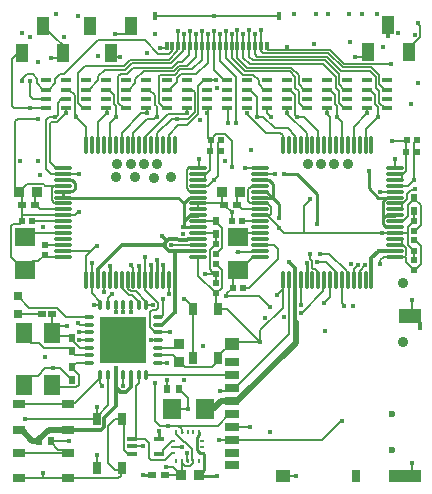
<source format=gtl>
G04*
G04 #@! TF.GenerationSoftware,Altium Limited,Altium Designer,19.1.7 (138)*
G04*
G04 Layer_Physical_Order=1*
G04 Layer_Color=255*
%FSLAX43Y43*%
%MOMM*%
G71*
G01*
G75*
%ADD16C,0.254*%
%ADD19R,0.550X0.650*%
%ADD20R,0.660X0.559*%
%ADD21R,1.800X1.600*%
%ADD22R,0.540X0.600*%
%ADD23R,0.600X0.540*%
%ADD24R,0.890X0.930*%
%ADD25R,0.559X0.660*%
%ADD26R,0.600X0.550*%
%ADD27R,0.620X0.620*%
%ADD28R,1.000X1.600*%
%ADD29R,0.400X0.800*%
%ADD30R,0.300X0.800*%
%ADD31R,1.200X0.700*%
%ADD32R,1.200X1.000*%
%ADD33R,1.900X1.300*%
%ADD34R,2.800X1.000*%
%ADD35R,0.800X1.000*%
G04:AMPARAMS|DCode=36|XSize=0.3mm|YSize=1.45mm|CornerRadius=0.05mm|HoleSize=0mm|Usage=FLASHONLY|Rotation=0.000|XOffset=0mm|YOffset=0mm|HoleType=Round|Shape=RoundedRectangle|*
%AMROUNDEDRECTD36*
21,1,0.300,1.351,0,0,0.0*
21,1,0.201,1.450,0,0,0.0*
1,1,0.099,0.101,-0.676*
1,1,0.099,-0.101,-0.676*
1,1,0.099,-0.101,0.676*
1,1,0.099,0.101,0.676*
%
%ADD36ROUNDEDRECTD36*%
G04:AMPARAMS|DCode=37|XSize=0.3mm|YSize=1.45mm|CornerRadius=0.05mm|HoleSize=0mm|Usage=FLASHONLY|Rotation=270.000|XOffset=0mm|YOffset=0mm|HoleType=Round|Shape=RoundedRectangle|*
%AMROUNDEDRECTD37*
21,1,0.300,1.351,0,0,270.0*
21,1,0.201,1.450,0,0,270.0*
1,1,0.099,-0.676,-0.101*
1,1,0.099,-0.676,0.101*
1,1,0.099,0.676,0.101*
1,1,0.099,0.676,-0.101*
%
%ADD37ROUNDEDRECTD37*%
G04:AMPARAMS|DCode=38|XSize=0.4mm|YSize=0.85mm|CornerRadius=0.05mm|HoleSize=0mm|Usage=FLASHONLY|Rotation=90.000|XOffset=0mm|YOffset=0mm|HoleType=Round|Shape=RoundedRectangle|*
%AMROUNDEDRECTD38*
21,1,0.400,0.750,0,0,90.0*
21,1,0.300,0.850,0,0,90.0*
1,1,0.100,0.375,0.150*
1,1,0.100,0.375,-0.150*
1,1,0.100,-0.375,-0.150*
1,1,0.100,-0.375,0.150*
%
%ADD38ROUNDEDRECTD38*%
%ADD39R,1.400X1.800*%
%ADD40O,0.900X0.300*%
%ADD41O,0.300X0.900*%
%ADD42R,3.930X3.930*%
%ADD43R,0.250X0.350*%
%ADD44R,0.350X0.250*%
%ADD45R,0.650X1.050*%
%ADD46R,1.050X0.650*%
%ADD47R,0.900X0.425*%
%ADD48R,0.650X0.600*%
%ADD49R,0.800X0.800*%
%ADD50R,0.930X0.890*%
%ADD51R,1.600X1.800*%
%ADD52R,0.350X0.700*%
%ADD89C,0.152*%
%ADD90C,0.154*%
%ADD91C,0.300*%
%ADD92C,0.500*%
%ADD93C,0.600*%
%ADD94C,0.403*%
%ADD95C,0.900*%
%ADD96C,0.500*%
G36*
X3439Y4134D02*
D01*
D01*
D01*
D01*
D02*
G37*
D16*
X11979Y-9250D02*
X12004Y-9275D01*
X11225Y-9250D02*
X11979D01*
X24325Y16250D02*
X26000Y14575D01*
Y11975D02*
Y14575D01*
X23225Y16250D02*
X24325D01*
X11950Y8525D02*
X11950Y8525D01*
X11950Y7275D02*
Y8525D01*
X11950Y7275D02*
X11950Y7275D01*
X12450Y9000D02*
X12450Y9000D01*
Y7275D02*
Y9000D01*
X12950Y7275D02*
Y8525D01*
X10950Y8475D02*
X10950Y8475D01*
X15902Y14227D02*
X15925Y14250D01*
X15161Y14227D02*
X15902D01*
Y12727D02*
X15925Y12750D01*
X14704Y12270D02*
X15161Y12727D01*
X15925Y11750D02*
X15925Y11750D01*
X14675Y11750D02*
X15925D01*
X4475Y15750D02*
X4498Y15727D01*
X5479Y15013D02*
Y15487D01*
X12950Y7275D02*
X12950Y7275D01*
X5239Y14773D02*
X5479Y15013D01*
X14675Y11750D02*
X14704Y11779D01*
X12450Y7275D02*
X12450Y7275D01*
X10950D02*
X10950Y7275D01*
X14704Y12270D02*
Y13770D01*
X8450Y7275D02*
X8450Y7275D01*
X4475Y14750D02*
X4498Y14773D01*
X10950Y7275D02*
Y8475D01*
X4498Y15727D02*
X5239D01*
X14223Y14250D02*
X14704Y13770D01*
X8450Y8475D02*
X8450Y8475D01*
X15161Y12727D02*
X15902D01*
X4475Y14250D02*
X14223D01*
X8450Y7275D02*
Y8475D01*
X4475Y14250D02*
Y14750D01*
X5239Y15727D02*
X5479Y15487D01*
X14704Y11779D02*
Y12270D01*
X4498Y14773D02*
X5239D01*
X14675Y11750D02*
X14675Y11750D01*
X12950Y8525D02*
X12950Y8525D01*
X14704Y13770D02*
X15161Y14227D01*
X25100Y8725D02*
X25100Y8725D01*
X25100Y7275D02*
Y8725D01*
X22775Y12500D02*
Y13675D01*
X29600Y7275D02*
X29623Y7298D01*
X31828Y14244D02*
X32698D01*
X31811Y12727D02*
X32552D01*
X31571Y12487D02*
X31811Y12727D01*
X31571Y12013D02*
X31811Y11773D01*
X32552D02*
X32575Y11750D01*
X30350Y15020D02*
Y16500D01*
Y15020D02*
X31126Y14244D01*
X31571Y12487D02*
Y13987D01*
X31828Y14244D01*
X21148Y15727D02*
X21889D01*
X21125Y15750D02*
X21148Y15727D01*
X22223Y14227D02*
X22775Y13675D01*
X21148Y14227D02*
X22223D01*
X32552Y12727D02*
X32575Y12750D01*
X21125Y14750D02*
X21700D01*
X21889Y15727D02*
X22223Y15393D01*
X31571Y12013D02*
Y12487D01*
X21700Y14750D02*
X22223Y14227D01*
X31811Y11773D02*
X32552D01*
X31126Y14244D02*
X31828D01*
X21125Y14250D02*
X21148Y14227D01*
X22223D02*
Y15393D01*
X16095Y-9325D02*
X17500D01*
X16020Y-9250D02*
X16095Y-9325D01*
X15796Y-6050D02*
X16023Y-5822D01*
Y-5627D01*
X16025Y-5625D01*
X15796Y-7091D02*
Y-6050D01*
Y-7091D02*
X16053Y-7348D01*
X16248D01*
X16250Y-7350D01*
X14523Y-5623D02*
X14525Y-5625D01*
X12575Y-5525D02*
X12575Y-5525D01*
Y-6175D02*
Y-5525D01*
Y-6175D02*
X12575Y-6175D01*
X16429Y-8841D02*
Y-7483D01*
X16020Y-9250D02*
X16429Y-8841D01*
X16250Y-7350D02*
X16296D01*
X16429Y-7483D01*
D19*
X3425Y-6400D02*
D03*
X2425D02*
D03*
X14325Y-1925D02*
D03*
X13325D02*
D03*
D20*
X13096Y-9275D02*
D03*
X12004D02*
D03*
X2096Y13650D02*
D03*
X1004D02*
D03*
X18129Y13650D02*
D03*
X19221D02*
D03*
D21*
X19275Y10900D02*
D03*
Y8100D02*
D03*
X1225Y10950D02*
D03*
Y8150D02*
D03*
D22*
X19657Y12225D02*
D03*
X18793D02*
D03*
X1882Y12225D02*
D03*
X1018D02*
D03*
X18843Y6625D02*
D03*
X19707D02*
D03*
D23*
X2950Y10257D02*
D03*
Y9393D02*
D03*
X34225Y8975D02*
D03*
Y8111D02*
D03*
X34225Y10618D02*
D03*
Y9754D02*
D03*
X34225Y12268D02*
D03*
Y11404D02*
D03*
X17425Y8657D02*
D03*
Y7793D02*
D03*
X17425Y6136D02*
D03*
Y7000D02*
D03*
X17425Y9443D02*
D03*
Y10307D02*
D03*
D24*
X2295Y14700D02*
D03*
X755D02*
D03*
X19445D02*
D03*
X17905D02*
D03*
X14480Y-9250D02*
D03*
X16020D02*
D03*
D25*
X34200Y14214D02*
D03*
Y13122D02*
D03*
X5225Y-129D02*
D03*
Y-1221D02*
D03*
X5225Y1254D02*
D03*
Y2346D02*
D03*
X17425Y12246D02*
D03*
Y11154D02*
D03*
D26*
X34425Y19100D02*
D03*
X33575D02*
D03*
X17825Y19100D02*
D03*
X16975D02*
D03*
D27*
X34460Y18150D02*
D03*
X33540D02*
D03*
X17850Y18175D02*
D03*
X16930D02*
D03*
D28*
X32025Y28900D02*
D03*
X33775Y26600D02*
D03*
X30275D02*
D03*
X2750Y28800D02*
D03*
X4500Y26500D02*
D03*
X1000D02*
D03*
X10275Y28800D02*
D03*
X8525Y26500D02*
D03*
X6775Y28800D02*
D03*
D29*
X22750Y29600D02*
D03*
X12250D02*
D03*
D30*
X21250Y27100D02*
D03*
X20750D02*
D03*
X21750D02*
D03*
X19750D02*
D03*
X19250D02*
D03*
X20250D02*
D03*
X18250D02*
D03*
X17750D02*
D03*
X18750D02*
D03*
X17250D02*
D03*
X16250D02*
D03*
X15750D02*
D03*
X15250D02*
D03*
X14750D02*
D03*
X16750D02*
D03*
X13750D02*
D03*
X13250D02*
D03*
X14250D02*
D03*
D31*
X18800Y-6300D02*
D03*
Y-5200D02*
D03*
Y-4100D02*
D03*
Y-3000D02*
D03*
Y-1900D02*
D03*
Y-800D02*
D03*
Y300D02*
D03*
Y-7400D02*
D03*
Y-8350D02*
D03*
D32*
Y1850D02*
D03*
X23100Y-9300D02*
D03*
D33*
X33900Y4200D02*
D03*
D34*
X33450Y-9300D02*
D03*
D35*
X29300D02*
D03*
D36*
X13950Y18725D02*
D03*
X13450D02*
D03*
X12950D02*
D03*
X12450D02*
D03*
X11950D02*
D03*
X11450D02*
D03*
X10950D02*
D03*
X10450D02*
D03*
X9950D02*
D03*
X9450D02*
D03*
X8950D02*
D03*
X8450D02*
D03*
X7950D02*
D03*
X7450D02*
D03*
X6950D02*
D03*
X6450D02*
D03*
Y7275D02*
D03*
X6950D02*
D03*
X7450D02*
D03*
X7950D02*
D03*
X8450D02*
D03*
X8950D02*
D03*
X9450D02*
D03*
X9950D02*
D03*
X10450D02*
D03*
X10950D02*
D03*
X11450D02*
D03*
X11950D02*
D03*
X12450D02*
D03*
X12950D02*
D03*
X13450D02*
D03*
X13950D02*
D03*
X30600Y18725D02*
D03*
X30100D02*
D03*
X29600D02*
D03*
X29100D02*
D03*
X28600D02*
D03*
X28100D02*
D03*
X27600D02*
D03*
X27100D02*
D03*
X26600D02*
D03*
X26100D02*
D03*
X25600D02*
D03*
X25100D02*
D03*
X24600D02*
D03*
X24100D02*
D03*
X23600D02*
D03*
X23100D02*
D03*
Y7275D02*
D03*
X23600D02*
D03*
X24100D02*
D03*
X24600D02*
D03*
X25100D02*
D03*
X25600D02*
D03*
X26100D02*
D03*
X26600D02*
D03*
X27100D02*
D03*
X27600D02*
D03*
X28100D02*
D03*
X28600D02*
D03*
X29100D02*
D03*
X29600D02*
D03*
X30100D02*
D03*
X30600D02*
D03*
D37*
X4475Y16750D02*
D03*
Y16250D02*
D03*
Y15750D02*
D03*
Y15250D02*
D03*
Y14750D02*
D03*
Y14250D02*
D03*
Y13750D02*
D03*
Y13250D02*
D03*
Y12750D02*
D03*
Y12250D02*
D03*
Y11750D02*
D03*
Y11250D02*
D03*
Y10750D02*
D03*
Y10250D02*
D03*
Y9750D02*
D03*
Y9250D02*
D03*
X15925D02*
D03*
Y9750D02*
D03*
Y10250D02*
D03*
Y10750D02*
D03*
Y11250D02*
D03*
Y11750D02*
D03*
Y12250D02*
D03*
Y12750D02*
D03*
Y13250D02*
D03*
Y13750D02*
D03*
Y14250D02*
D03*
Y14750D02*
D03*
Y15250D02*
D03*
Y15750D02*
D03*
Y16250D02*
D03*
Y16750D02*
D03*
X21125Y16750D02*
D03*
Y16250D02*
D03*
Y15750D02*
D03*
Y15250D02*
D03*
Y14750D02*
D03*
Y14250D02*
D03*
Y13750D02*
D03*
Y13250D02*
D03*
Y12750D02*
D03*
Y12250D02*
D03*
Y11750D02*
D03*
Y11250D02*
D03*
Y10750D02*
D03*
Y10250D02*
D03*
Y9750D02*
D03*
Y9250D02*
D03*
X32575D02*
D03*
Y9750D02*
D03*
Y10250D02*
D03*
Y10750D02*
D03*
Y11250D02*
D03*
Y11750D02*
D03*
Y12250D02*
D03*
Y12750D02*
D03*
Y13250D02*
D03*
Y13750D02*
D03*
Y14250D02*
D03*
Y14750D02*
D03*
Y15250D02*
D03*
Y15750D02*
D03*
Y16250D02*
D03*
Y16750D02*
D03*
D38*
X10325Y-6175D02*
D03*
Y-6825D02*
D03*
Y-7475D02*
D03*
X12575D02*
D03*
Y-6175D02*
D03*
D39*
X3575Y2750D02*
D03*
Y-1650D02*
D03*
X1175D02*
D03*
Y2750D02*
D03*
D40*
X6650Y4150D02*
D03*
Y3500D02*
D03*
Y2850D02*
D03*
Y2200D02*
D03*
Y1550D02*
D03*
Y900D02*
D03*
Y250D02*
D03*
X12550D02*
D03*
Y900D02*
D03*
Y1550D02*
D03*
Y2200D02*
D03*
Y2850D02*
D03*
Y3500D02*
D03*
Y4150D02*
D03*
D41*
X7650Y-750D02*
D03*
X8300D02*
D03*
X8950D02*
D03*
X9600D02*
D03*
X10250D02*
D03*
X10900D02*
D03*
X11550D02*
D03*
Y5150D02*
D03*
X10900D02*
D03*
X10250D02*
D03*
X9600D02*
D03*
X8950D02*
D03*
X8300D02*
D03*
X7650D02*
D03*
D42*
X9600Y2200D02*
D03*
D43*
X16025Y-5625D02*
D03*
X15525D02*
D03*
X15025D02*
D03*
X14525D02*
D03*
X14025D02*
D03*
Y-8075D02*
D03*
X14525D02*
D03*
X15025D02*
D03*
X15525D02*
D03*
X16025D02*
D03*
D44*
X13800Y-6350D02*
D03*
Y-6850D02*
D03*
Y-7350D02*
D03*
X16250D02*
D03*
Y-6850D02*
D03*
Y-6350D02*
D03*
D45*
X17625Y4800D02*
D03*
X15475D02*
D03*
X17625Y650D02*
D03*
X15475D02*
D03*
X9475Y-4525D02*
D03*
X7325D02*
D03*
X9475Y-8675D02*
D03*
X7325D02*
D03*
D46*
X4925Y-9525D02*
D03*
Y-7375D02*
D03*
X775Y-9525D02*
D03*
Y-7375D02*
D03*
X4925Y-5400D02*
D03*
Y-3250D02*
D03*
X775Y-5400D02*
D03*
Y-3250D02*
D03*
D47*
X31950Y21800D02*
D03*
Y22600D02*
D03*
Y23400D02*
D03*
Y24200D02*
D03*
X30250D02*
D03*
Y23400D02*
D03*
Y22600D02*
D03*
Y21800D02*
D03*
X28550D02*
D03*
Y22600D02*
D03*
Y23400D02*
D03*
Y24200D02*
D03*
X26850D02*
D03*
Y23400D02*
D03*
Y22600D02*
D03*
Y21800D02*
D03*
X25150D02*
D03*
Y22600D02*
D03*
Y23400D02*
D03*
Y24200D02*
D03*
X23450D02*
D03*
Y23400D02*
D03*
Y22600D02*
D03*
Y21800D02*
D03*
X21750D02*
D03*
Y22600D02*
D03*
Y23400D02*
D03*
Y24200D02*
D03*
X20050D02*
D03*
Y23400D02*
D03*
Y22600D02*
D03*
Y21800D02*
D03*
X18350D02*
D03*
Y22600D02*
D03*
Y23400D02*
D03*
Y24200D02*
D03*
X16650D02*
D03*
Y23400D02*
D03*
Y22600D02*
D03*
Y21800D02*
D03*
X13250Y24200D02*
D03*
Y23400D02*
D03*
Y22600D02*
D03*
Y21800D02*
D03*
X14950D02*
D03*
Y22600D02*
D03*
Y23400D02*
D03*
Y24200D02*
D03*
X9850D02*
D03*
Y23400D02*
D03*
Y22600D02*
D03*
Y21800D02*
D03*
X11550D02*
D03*
Y22600D02*
D03*
Y23400D02*
D03*
Y24200D02*
D03*
X6450D02*
D03*
Y23400D02*
D03*
Y22600D02*
D03*
Y21800D02*
D03*
X8150D02*
D03*
Y22600D02*
D03*
Y23400D02*
D03*
Y24200D02*
D03*
X3050D02*
D03*
Y23400D02*
D03*
Y22600D02*
D03*
Y21800D02*
D03*
X4750D02*
D03*
Y22600D02*
D03*
Y23400D02*
D03*
Y24200D02*
D03*
D48*
X3550Y4375D02*
D03*
X2700D02*
D03*
D49*
X650Y5875D02*
D03*
Y4375D02*
D03*
D50*
X14325Y355D02*
D03*
Y1895D02*
D03*
D51*
X13675Y-3650D02*
D03*
X16475D02*
D03*
D52*
X34675Y3350D02*
D03*
D89*
X18301Y1426D02*
X18875Y2000D01*
X23100Y6500D02*
Y7275D01*
Y4942D02*
Y6500D01*
X22600Y6000D02*
X23100Y6500D01*
X21250Y27100D02*
X21250Y27101D01*
Y28426D01*
X20750Y26365D02*
Y27100D01*
X20750D02*
X20750Y27100D01*
X19750Y27100D02*
X19750Y27100D01*
X19250Y28426D02*
X19251Y28426D01*
X16250Y27100D02*
Y28375D01*
X19250Y27100D02*
Y28426D01*
X19750Y27100D02*
Y27100D01*
X15750Y27100D02*
Y28125D01*
X15250Y27100D02*
Y27100D01*
X19125Y20600D02*
Y24419D01*
X19750Y27100D02*
X19750D01*
X23475Y26776D02*
Y27000D01*
X15176Y27026D02*
X15250Y27100D01*
X17250Y27100D02*
Y28375D01*
X18750Y27100D02*
X18750D01*
Y27100D01*
X17750Y25794D02*
Y27100D01*
X20250D02*
Y28375D01*
X20750Y27100D02*
Y28125D01*
X19750Y27100D02*
Y28125D01*
X13676Y27026D02*
X13750Y27100D01*
X17225Y27075D02*
X17250Y27100D01*
X17750D02*
Y28125D01*
X18250Y27100D02*
Y28375D01*
X21824Y26776D02*
X23475D01*
X15250Y27100D02*
Y28375D01*
X21250Y26625D02*
Y27100D01*
X18750Y27100D02*
Y28125D01*
X17750Y25794D02*
X19125Y24419D01*
X21750Y26850D02*
Y27100D01*
X18750D02*
X18750Y27100D01*
X20750Y27100D02*
Y27100D01*
X16750Y27100D02*
Y28125D01*
X21750Y26850D02*
X21824Y26776D01*
X13676Y26653D02*
Y27026D01*
X19250Y27100D02*
X19250Y27100D01*
X13176Y26974D02*
X13250Y27048D01*
X13250Y26949D02*
Y27100D01*
X12250Y29600D02*
X17250D01*
X14250Y27100D02*
Y28426D01*
X13250Y27100D02*
Y27231D01*
X12725Y26875D02*
X13176D01*
X22750Y29600D02*
X22750Y29600D01*
X13176Y26875D02*
X13250Y26949D01*
X14250Y28426D02*
X14251Y28426D01*
X14750Y27100D02*
Y28125D01*
X13176Y27305D02*
X13250Y27231D01*
X17250Y29600D02*
X22750D01*
X13250Y27048D02*
Y27100D01*
X12250Y29600D02*
X12250Y29600D01*
X28291Y25571D02*
X32127D01*
X23475Y26776D02*
X27086D01*
X34195Y8111D02*
X34255D01*
X14455Y-9275D02*
Y-9205D01*
X5022Y2499D02*
X5428Y2092D01*
X24875Y11250D02*
X31450D01*
X32575D01*
X6450Y9325D02*
X6875Y9750D01*
X7275Y10150D01*
X14971Y15034D02*
Y16596D01*
X15175Y16800D01*
X15182Y14824D02*
X15851D01*
X15875Y16800D02*
X15925Y16750D01*
X14971Y15034D02*
X15182Y14824D01*
X15175Y16800D02*
X15875D01*
X15925Y14750D02*
X15925Y14750D01*
X15925Y16750D02*
X15975Y16800D01*
X15851Y14824D02*
X15925Y14750D01*
X17250Y15750D02*
X17601Y16101D01*
X16750Y15250D02*
X17250Y15750D01*
X16925Y16581D02*
Y18325D01*
X16524Y16180D02*
X16925Y16581D01*
X17601Y16101D02*
Y18901D01*
X5800Y16250D02*
X5800Y16250D01*
X4475Y9750D02*
X6875D01*
X7275Y10150D02*
X7400D01*
X28526Y7349D02*
Y8018D01*
X27044Y9500D02*
X28526Y8018D01*
X31300Y8625D02*
X31348Y8673D01*
X26000Y8800D02*
X26744D01*
X6450Y7275D02*
Y9325D01*
X11443Y7283D02*
Y9242D01*
X11435Y9250D02*
X11443Y9242D01*
Y7283D02*
X11450Y7275D01*
X13650Y10250D02*
X13657Y10243D01*
X10450Y19750D02*
X11625Y20925D01*
X11475Y19500D02*
X13334Y21359D01*
X11475Y18750D02*
Y19500D01*
X9450Y19750D02*
X11100Y21400D01*
X11625Y20925D02*
X12225D01*
X10450Y18725D02*
Y19750D01*
X11100Y21400D02*
X11575D01*
Y21775D01*
X12225Y20925D02*
X12400Y21100D01*
X13334Y21359D02*
X14909D01*
X9450Y18725D02*
Y19750D01*
X12400Y21100D02*
Y21978D01*
X9450Y18725D02*
X9450Y18725D01*
X11450D02*
X11475Y18750D01*
X11550Y21800D02*
X11575Y21775D01*
X8328Y5728D02*
X8650Y6050D01*
X8300Y5150D02*
X8328Y5178D01*
Y5728D01*
X7100Y5125D02*
X7625D01*
X7650Y5150D02*
Y5450D01*
X7625Y5125D02*
X7650Y5150D01*
X5428Y2038D02*
X5917Y1550D01*
X5428Y2038D02*
Y2092D01*
X8950Y4575D02*
X8950Y4575D01*
X10250D02*
X10250Y4575D01*
X7950Y6275D02*
Y7275D01*
X12950Y4308D02*
Y5625D01*
X12792Y4150D02*
X12950Y4308D01*
X12550Y4150D02*
X12792D01*
X5825Y2900D02*
X5850Y2875D01*
X6625D01*
X6650Y2850D01*
X5917Y1550D02*
X6650D01*
X5875Y2200D02*
X6650D01*
X6650Y2200D01*
X16450Y15750D02*
X16524Y15824D01*
X15851Y13750D02*
X15925D01*
X15925Y15250D02*
X16750D01*
X15925Y15250D02*
X15925Y15250D01*
X15918Y10243D02*
X15925Y10250D01*
Y13250D02*
Y13676D01*
X15975Y16800D02*
Y17475D01*
X10450Y7275D02*
Y8300D01*
X10250Y8500D02*
X10450Y8300D01*
X4475Y16250D02*
X5800D01*
X13657Y10243D02*
X15918D01*
X15925Y9250D02*
X15999Y9324D01*
X13450Y6075D02*
X13450Y6075D01*
X6950Y7275D02*
Y8675D01*
X7950Y7275D02*
X7950Y7275D01*
X4475Y12750D02*
X5507D01*
X15480Y13750D02*
X15851D01*
X5758Y13001D02*
X5826D01*
X16524Y15824D02*
Y16180D01*
X5507Y12750D02*
X5758Y13001D01*
X15925Y15750D02*
X16450D01*
X15925Y10250D02*
X15999Y10176D01*
X13450Y7275D02*
X13450Y7275D01*
X13450Y6075D02*
Y7275D01*
X15851Y13750D02*
X15925Y13676D01*
X5750Y3600D02*
X5818D01*
X5918Y3500D01*
X6650D01*
X33529Y16534D02*
Y19054D01*
X18575Y-2125D02*
X18800Y-1900D01*
X26400Y-6300D02*
X28000Y-4700D01*
X18875Y2000D02*
X21200D01*
X28000Y-4700D02*
X28075D01*
X17750Y-2125D02*
X18575D01*
X34000Y4300D02*
Y5600D01*
X18800Y-6300D02*
X26400D01*
X17675D02*
X18800D01*
X34000Y-8876D02*
Y-8200D01*
X18850Y-5150D02*
X20300D01*
X33450Y-9300D02*
X33576D01*
X33900Y4200D02*
X34000Y4300D01*
X23100Y-9300D02*
X23125Y-9325D01*
X33576Y-9300D02*
X34000Y-8876D01*
X23125Y-9325D02*
X24250D01*
X18800Y-5200D02*
X18850Y-5150D01*
X24700Y4475D02*
X26526Y6301D01*
X24700Y4450D02*
Y4475D01*
X18400Y4800D02*
X21200Y2000D01*
X17625Y4800D02*
X18400D01*
X15925Y7606D02*
Y9250D01*
X16896Y8179D02*
Y9808D01*
Y8179D02*
X17088Y7987D01*
X16896Y9808D02*
X17395Y10307D01*
X18793Y12225D02*
Y13007D01*
X17395Y10307D02*
X17425D01*
X15925Y7606D02*
X17395Y6136D01*
X12700Y-5050D02*
X13400D01*
X12300Y-4650D02*
X12700Y-5050D01*
X12300Y-4650D02*
Y-1425D01*
X25375Y9450D02*
X25414Y9411D01*
X26276Y9500D02*
X26277Y9500D01*
X25550Y8318D02*
Y8883D01*
X25414Y9020D02*
X25550Y8883D01*
X25816Y8229D02*
X26026Y8018D01*
X25639Y8229D02*
X25816D01*
X25550Y8318D02*
X25639Y8229D01*
X16525Y7800D02*
X17418D01*
X26277Y9500D02*
X27044D01*
X25414Y9020D02*
Y9411D01*
X26744Y8800D02*
X27526Y8018D01*
X17954Y6635D02*
Y8158D01*
X17455Y6136D02*
X17954Y6635D01*
X17455Y8657D02*
X17954Y8158D01*
X22325Y10250D02*
X22675Y9900D01*
Y9050D02*
Y9900D01*
X19148Y9652D02*
X19258D01*
X21027D01*
X27526Y7349D02*
Y8018D01*
Y7349D02*
X27600Y7275D01*
X28526Y7349D02*
X28600Y7275D01*
X26026Y7349D02*
Y8018D01*
Y7349D02*
X26100Y7275D01*
X14025Y-5748D02*
X14696Y-6420D01*
X14025Y-5748D02*
Y-5625D01*
X14696Y-6420D02*
X14778D01*
X7325Y-4525D02*
X7325Y-4525D01*
X7325Y-4525D02*
Y-3500D01*
Y-8675D02*
X7325Y-8675D01*
X7325Y-8675D02*
Y-7550D01*
X9351Y-9285D02*
Y-8799D01*
X9111Y-9525D02*
X9351Y-9285D01*
X8331Y-8256D02*
Y-5094D01*
Y-8256D02*
X8874Y-8799D01*
X8331Y-5094D02*
X8900Y-4525D01*
X13775Y-8525D02*
X14455Y-9205D01*
X13225Y-8525D02*
X13775D01*
X17625Y650D02*
Y850D01*
Y450D02*
Y650D01*
X1621Y4904D02*
X3970D01*
X650Y5875D02*
X1621Y4904D01*
X11986Y4711D02*
X12336D01*
X11825Y4550D02*
X11986Y4711D01*
X11825Y3275D02*
Y4550D01*
X12336Y4711D02*
X12555Y4930D01*
X12550Y250D02*
X12550Y250D01*
X8950Y4575D02*
Y5150D01*
X7650Y-1457D02*
Y-1050D01*
X11550Y5150D02*
X12125D01*
X8950Y5150D02*
X8950Y5150D01*
X7650Y-1457D02*
X7800Y-1607D01*
X13250Y250D02*
X13250Y250D01*
X11550Y5150D02*
X11550Y5150D01*
X7800Y-1675D02*
Y-1607D01*
X13500Y2850D02*
X13500Y2850D01*
X12537Y2188D02*
X12550Y2200D01*
X9600Y-1700D02*
X9600Y-1700D01*
X10250Y5150D02*
X10250Y5150D01*
X11988Y2188D02*
X12537D01*
X12550Y2850D02*
X13500D01*
X9600Y-1700D02*
Y-750D01*
X10250Y4575D02*
Y5150D01*
X7650Y-1050D02*
Y-750D01*
X11975Y2175D02*
X11988Y2188D01*
X12550Y2850D02*
X12550Y2850D01*
X9600Y-750D02*
X9600Y-750D01*
X12550Y250D02*
X13250D01*
X12555Y4930D02*
Y5328D01*
X11450Y6433D02*
Y7275D01*
Y6433D02*
X12555Y5328D01*
X11550Y5150D02*
Y5450D01*
X10690Y6310D02*
X11550Y5450D01*
X11825Y3275D02*
X12250Y2850D01*
X12550D01*
X21200Y2000D02*
Y3042D01*
X23100Y4942D01*
X31325Y14725D02*
X31337Y14737D01*
X34202Y14902D02*
X34250Y14950D01*
X32575Y16750D02*
Y17475D01*
X33955Y14902D02*
X34202D01*
X33101Y15750D02*
X33174Y15824D01*
X33637Y14584D02*
X33955Y14902D01*
X32575Y15250D02*
X33700D01*
X33174Y13680D02*
X33637Y14142D01*
X33101Y13250D02*
X33174Y13324D01*
Y13680D01*
X32575Y9250D02*
X32575Y9250D01*
X32575Y10750D02*
X33101D01*
X32521Y9196D02*
X32575Y9250D01*
X31621Y9196D02*
X32521D01*
X33529Y9368D02*
Y9966D01*
X31348Y8923D02*
X31621Y9196D01*
X31337Y14737D02*
X32563D01*
X26526Y7201D02*
X26600Y7275D01*
X28275Y5075D02*
Y5143D01*
X27100Y5850D02*
Y7275D01*
X23225Y11250D02*
X24875D01*
X32575Y16750D02*
X32575Y16750D01*
X22775Y11700D02*
X23225Y11250D01*
X33174Y15824D02*
Y16180D01*
X26600Y5350D02*
X27100Y5850D01*
X22727Y11748D02*
X22775Y11700D01*
X22727Y11748D02*
Y11817D01*
X21868Y12676D02*
X22727Y11817D01*
X24600Y7275D02*
X24600Y7275D01*
X21868Y12676D02*
X22079Y12887D01*
X33411Y9250D02*
X33529Y9368D01*
X21642Y19750D02*
X22875D01*
X21125Y13750D02*
X21125Y13750D01*
X22875Y19750D02*
X23100Y19525D01*
X22079Y12887D02*
Y13466D01*
X19900Y16750D02*
X19900Y16750D01*
X20171Y13929D02*
X20350Y13750D01*
X33174Y10320D02*
X33529Y9966D01*
X23100Y18725D02*
Y19525D01*
X21868Y13676D02*
X22079Y13466D01*
X19900Y16750D02*
X21125D01*
X20171Y13929D02*
Y14966D01*
X33101Y10750D02*
X33174Y10676D01*
X23100Y18725D02*
X23100Y18725D01*
X20050Y21342D02*
Y21400D01*
X22400Y16250D02*
X22400Y16250D01*
X20382Y15176D02*
X21051D01*
X26526Y6301D02*
Y7201D01*
X21027Y9652D02*
X21125Y9750D01*
Y13750D02*
X21199Y13676D01*
X32563Y14737D02*
X32575Y14750D01*
Y13250D02*
X33101D01*
X25400Y14050D02*
Y14163D01*
X28100Y5318D02*
X28275Y5143D01*
X33700Y15250D02*
X34200Y15750D01*
X24600Y5175D02*
Y7275D01*
X20350Y13750D02*
X21125D01*
X33174Y10320D02*
Y10676D01*
X31348Y8673D02*
Y8923D01*
X32575Y9250D02*
X33411D01*
X28100Y5318D02*
Y7275D01*
X32575Y15750D02*
X33101D01*
X33637Y14142D02*
Y14584D01*
X24875Y13525D02*
X25400Y14050D01*
X24875Y11250D02*
Y13525D01*
X20171Y14966D02*
X20382Y15176D01*
X21125Y16750D02*
X21125Y16750D01*
X21199Y13676D02*
X21868D01*
X24600Y5175D02*
X24600Y5175D01*
X20050Y21342D02*
X21642Y19750D01*
X21125Y16250D02*
X22400D01*
X27675Y21100D02*
X28100Y20675D01*
X21051Y15176D02*
X21125Y15250D01*
X28100Y18725D02*
Y20675D01*
X21125Y16250D02*
X21125Y16250D01*
X18201Y1426D02*
X18301D01*
X23630Y2680D02*
Y7245D01*
X19050Y-1900D02*
X23630Y2680D01*
X21100Y5900D02*
X22025Y4975D01*
X18800Y-1900D02*
X19050D01*
X5575Y21100D02*
X6450Y20225D01*
Y18725D02*
Y20225D01*
X23600Y7275D02*
X23630Y7245D01*
X18250Y5900D02*
X21100D01*
X15430Y-7980D02*
Y-7072D01*
Y-7980D02*
X15525Y-8075D01*
X14778Y-6420D02*
X15430Y-7072D01*
X15000Y-8050D02*
Y-7400D01*
Y-8050D02*
X15025Y-8075D01*
X14250Y-5050D02*
X17600D01*
X18550Y-4100D01*
X18800D01*
X14600Y-6850D02*
X14600Y-6850D01*
X14525Y-9205D02*
Y-8125D01*
X15476Y-8124D02*
X15525Y-8075D01*
X15476Y-8247D02*
Y-8124D01*
X15245Y-8479D02*
X15476Y-8247D01*
X14805Y-8479D02*
X15245D01*
X14671Y-8345D02*
X14805Y-8479D01*
X14671Y-8345D02*
Y-8271D01*
X14525Y-8125D02*
X14671Y-8271D01*
X14525Y-8125D02*
Y-8075D01*
X14480Y-9250D02*
X14525Y-9205D01*
X650Y20925D02*
X2350D01*
X445Y20720D02*
X650Y20925D01*
X445Y15010D02*
Y20720D01*
Y15010D02*
X755Y14700D01*
X34201Y15751D02*
Y18901D01*
X14176Y27026D02*
X14250Y27100D01*
X13300Y-1900D02*
X13325Y-1925D01*
X13300Y-1900D02*
Y-1200D01*
X14784Y-104D02*
X17071D01*
X17625Y450D01*
X14325Y355D02*
X14784Y-104D01*
X15075Y-3650D02*
Y-2725D01*
X14325Y-1975D02*
X15075Y-2725D01*
X14325Y-1975D02*
Y-1925D01*
X1300Y-4500D02*
X1325Y-4525D01*
X7325D01*
X13400Y-5050D02*
X14250D01*
X13677Y-6350D02*
X13800D01*
X12924Y-7103D02*
X13677Y-6350D01*
X14525Y-5625D02*
Y-5325D01*
X14525Y-5625D02*
X14525Y-5625D01*
X14250Y-5050D02*
X14525Y-5325D01*
X3521Y14034D02*
Y15045D01*
X3727Y15250D01*
X2978D02*
X3727D01*
X2835Y15394D02*
X2978Y15250D01*
X1429Y15394D02*
X2835D01*
X15925Y13750D02*
X15925Y13750D01*
X4475Y16750D02*
X4521D01*
X4475Y16250D02*
X4475Y16250D01*
X10201Y-7351D02*
X10325Y-7475D01*
X9932Y-7351D02*
X10201D01*
X9671Y-7090D02*
X9932Y-7351D01*
X9671Y-7090D02*
Y-4721D01*
X9475Y-4525D02*
X9671Y-4721D01*
X10500Y-6175D02*
X11411D01*
X10325D02*
X10500D01*
X11411D02*
X11725Y-6489D01*
Y-7775D02*
Y-6489D01*
Y-7775D02*
X11925Y-7975D01*
X13125D01*
X13750Y-7350D01*
X13800D01*
X12575Y-7475D02*
X12800D01*
X12924Y-7351D01*
Y-7103D01*
X13800Y-6850D02*
X14600D01*
X13800Y-6850D02*
X13800Y-6850D01*
X10624Y-1705D02*
X10900Y-1429D01*
X10624Y-6051D02*
Y-1705D01*
X10500Y-6175D02*
X10624Y-6051D01*
X10900Y-1429D02*
Y-750D01*
X18750D02*
X18800Y-800D01*
X11550Y-750D02*
X18750D01*
X3575Y2776D02*
X4199Y3400D01*
X3575Y2750D02*
Y2776D01*
X4199Y3400D02*
X4850D01*
X5812Y-1588D02*
Y-767D01*
X5225Y-180D02*
X5812Y-767D01*
X5620Y-1780D02*
X5812Y-1588D01*
X3705Y-1780D02*
X5620D01*
X3575Y-1650D02*
X3705Y-1780D01*
X3625Y-200D02*
X4255D01*
X5225Y-1170D01*
Y-1221D02*
Y-1170D01*
X2991Y-200D02*
X3625D01*
X2365Y-826D02*
X2991Y-200D01*
X1799Y-826D02*
X2365D01*
X1175Y-1450D02*
X1799Y-826D01*
X1175Y-1650D02*
Y-1450D01*
X5225Y-129D02*
Y-78D01*
Y-180D02*
Y-129D01*
X3575Y-1650D02*
Y-1450D01*
X5225Y-78D02*
X5553Y250D01*
X6650D01*
X5377Y1052D02*
X5528Y900D01*
X5022Y1508D02*
X5377Y1153D01*
Y1052D02*
Y1153D01*
X2894Y1508D02*
X5022D01*
X2476Y1926D02*
X2894Y1508D01*
X1799Y1926D02*
X2476D01*
X1175Y2550D02*
X1799Y1926D01*
X1175Y2550D02*
Y2750D01*
X5528Y900D02*
X6650D01*
X3826Y2499D02*
X5022D01*
X3575Y2750D02*
X3826Y2499D01*
X3550Y2775D02*
X3575Y2750D01*
X17421Y12199D02*
X17954Y11667D01*
Y9942D02*
Y11667D01*
X17455Y9443D02*
X17954Y9942D01*
X17231Y7987D02*
X17418Y7800D01*
X17425Y7793D01*
X21125Y10250D02*
X21125Y10250D01*
X22325D01*
X20250Y6625D02*
X22675Y9050D01*
X19707Y6625D02*
X20250D01*
X18250Y5900D02*
X18298Y5948D01*
Y6050D01*
X18843Y6595D01*
Y6625D01*
X17926Y13853D02*
X18029Y13750D01*
X18129Y13650D01*
X15925Y13750D02*
X18029D01*
X10246Y6310D02*
X10690D01*
X9950Y7275D02*
X10024Y7201D01*
Y6532D02*
Y7201D01*
Y6532D02*
X10246Y6310D01*
X10900Y5150D02*
Y5450D01*
X10345Y6005D02*
X10900Y5450D01*
X10051Y6005D02*
X10345D01*
X9524Y6532D02*
X10051Y6005D01*
X9524Y6532D02*
Y7201D01*
X9450Y7275D02*
X9524Y7201D01*
X3970Y4904D02*
X4723Y4150D01*
X6650D01*
X3425Y-6400D02*
X3450Y-6375D01*
X4950D01*
X12550Y900D02*
X12550Y900D01*
X13760D01*
X14305Y355D02*
X14325D01*
X13760Y900D02*
X14305Y355D01*
X13980Y1550D02*
X14325Y1895D01*
X12550Y1550D02*
X13980D01*
X11225Y-6825D02*
X11225Y-6825D01*
X10325Y-6825D02*
X11225D01*
X10325Y-6825D02*
X10325Y-6825D01*
X6950Y6150D02*
X7650Y5450D01*
X6950Y6150D02*
Y7275D01*
X16786Y19289D02*
Y21664D01*
X16975Y19100D02*
Y19148D01*
X17430Y19604D01*
X18220D01*
X20900Y21100D02*
X21442D01*
X20900D02*
Y22788D01*
X18425Y20600D02*
Y21725D01*
X18350Y21800D02*
X18425Y21725D01*
X21405Y26470D02*
X26961D01*
X20950Y26165D02*
X26835D01*
X20565Y25860D02*
X26704D01*
X20295Y25556D02*
X26480D01*
X23816Y25251D02*
X24449Y24618D01*
X20074Y25251D02*
X23816D01*
X24144Y23530D02*
Y24492D01*
X23690Y24946D02*
X24144Y24492D01*
X19879Y24946D02*
X23690D01*
X24449Y23864D02*
Y24618D01*
X27086Y26776D02*
X28291Y25571D01*
X24300Y21100D02*
X24875D01*
X24129Y21271D02*
X24300Y21100D01*
X23450Y21342D02*
Y21400D01*
Y21800D01*
Y21342D02*
X25100Y19692D01*
X29225Y26175D02*
X29851D01*
X30275Y26599D01*
Y26600D01*
X28164Y25267D02*
X30600D01*
X26961Y26470D02*
X28164Y25267D01*
X28038Y24962D02*
X30474D01*
X26835Y26165D02*
X28038Y24962D01*
X30474D02*
X30944Y24492D01*
X30600Y25267D02*
X31249Y24618D01*
Y23864D02*
Y24618D01*
X26850Y21400D02*
Y21800D01*
Y21332D02*
Y21400D01*
Y21332D02*
X27100Y21082D01*
X32000Y27925D02*
Y28875D01*
X32025Y28900D01*
X34500Y28932D02*
Y29000D01*
Y28932D02*
X34680Y28752D01*
Y27805D02*
Y28752D01*
X33775Y26900D02*
X34680Y27805D01*
X33775Y26600D02*
Y26900D01*
X8875Y28075D02*
X8876Y28076D01*
X9851D01*
X10275Y28500D01*
Y28800D01*
X8525Y26500D02*
X8900Y26125D01*
X9325D01*
X3499Y28126D02*
X4812Y26812D01*
X4825Y26800D01*
X3075Y28550D02*
Y28850D01*
X3450Y26050D02*
X4076D01*
X4500Y26474D01*
Y26500D01*
X13468Y26445D02*
X13676Y26653D01*
X12547Y26445D02*
X13468D01*
X11438Y27554D02*
X12547Y26445D01*
X7404Y27554D02*
X11438D01*
X10186Y25930D02*
X13453D01*
X10312Y25625D02*
X13650D01*
X10378Y25260D02*
X13716D01*
X14105Y25649D01*
X10615Y24250D02*
X11319Y24955D01*
X13855D01*
X9868Y24750D02*
X10378Y25260D01*
X9742Y25055D02*
X10312Y25625D01*
X9616Y25360D02*
X10186Y25930D01*
X4825Y26550D02*
Y26800D01*
Y26850D01*
X3075Y28550D02*
X3499Y28126D01*
X750Y26550D02*
X1325D01*
X13453Y25930D02*
X13453Y25930D01*
X14176Y26653D01*
X6339Y25360D02*
X9616D01*
X5771Y24792D02*
X6339Y25360D01*
X13650Y25625D02*
X14676Y26651D01*
X8019Y25055D02*
X9742D01*
X7471Y24507D02*
X8019Y25055D01*
X9414Y24750D02*
X9868D01*
X9171Y24507D02*
X9414Y24750D01*
X14105Y25649D02*
X14161Y25705D01*
X10615Y24250D02*
X10615D01*
X9171Y23893D02*
Y24507D01*
Y23893D02*
X9171Y23893D01*
Y22241D02*
Y23893D01*
X3815Y24250D02*
X4264Y24700D01*
X3815Y23927D02*
Y24250D01*
X4264Y24700D02*
X4550D01*
X7404Y27554D01*
X5771Y22241D02*
Y24792D01*
X21250Y26625D02*
X21405Y26470D01*
X14676Y26651D02*
Y27026D01*
X14250Y27100D02*
X14250Y27100D01*
X14176Y26653D02*
Y27026D01*
X20750Y26365D02*
X20950Y26165D01*
X14676Y27026D02*
X14750Y27100D01*
X8874Y-8799D02*
X9351D01*
X8900Y-4525D02*
X9475D01*
X7325D02*
Y-4325D01*
X8300Y-3350D01*
Y-750D01*
X4925Y-3250D02*
X5000Y-3175D01*
X775Y-3250D02*
X4925D01*
X5000Y-3175D02*
X5525D01*
X7650Y-1050D01*
X2850Y-9525D02*
X4925D01*
X775D02*
X2850D01*
X2830Y-9505D02*
X2850Y-9525D01*
X2830Y-9505D02*
Y-9105D01*
X2800Y-9075D02*
X2830Y-9105D01*
X4925Y-9525D02*
X9111D01*
X775Y-7375D02*
X4925D01*
X3425Y-6450D02*
Y-6400D01*
Y-6450D02*
X4101Y-7126D01*
X4676D01*
X4925Y-7375D01*
X14700Y5675D02*
X14800D01*
X15475Y5000D01*
Y4800D02*
Y5000D01*
X18376Y1426D02*
X18800Y1850D01*
X17625Y850D02*
X18201Y1426D01*
X17425Y5000D02*
X17625Y4800D01*
X17425Y5000D02*
Y6136D01*
X15475Y650D02*
Y4800D01*
X13096Y-9275D02*
X14455D01*
X33529Y19054D02*
X33550Y19075D01*
X32375D02*
X33550D01*
X33575Y19100D01*
X18775Y16850D02*
X18800Y16825D01*
X18775Y16850D02*
Y19048D01*
X18220Y19604D02*
X18775Y19048D01*
X13675Y-3650D02*
X15075D01*
X13675Y-3650D02*
X13675Y-3650D01*
X3550Y2775D02*
Y4375D01*
X2700Y4375D02*
X2700Y4375D01*
X650Y4375D02*
X2700D01*
X34200Y15750D02*
X34201Y15751D01*
X33174Y16180D02*
X33529Y16534D01*
X34400Y19100D02*
X34425D01*
X34201Y18901D02*
X34400Y19100D01*
X20451Y9176D02*
X21051D01*
X21125Y9250D01*
X18843Y7668D02*
X19275Y8100D01*
X18843Y6625D02*
Y7668D01*
X19375Y8100D02*
X20451Y9176D01*
X19275Y8100D02*
X19375D01*
X19275Y10900D02*
X19625Y11250D01*
X21125D01*
X19657Y12225D02*
X19682Y12250D01*
X21125D01*
X18236Y13564D02*
X18793Y13007D01*
X18129Y13650D02*
X18225Y13554D01*
X17926Y13853D02*
Y14679D01*
X17905Y14700D02*
X17926Y14679D01*
X19175Y13696D02*
Y14430D01*
Y13696D02*
X19221Y13650D01*
X19175Y14430D02*
X19445Y14700D01*
X19221Y13650D02*
X19272D01*
X19672Y13250D01*
X21125D01*
X24100Y18725D02*
Y19500D01*
X23500Y20100D02*
X24100Y19500D01*
X22442Y20100D02*
X23500D01*
X21442Y21100D02*
X22442Y20100D01*
X25100Y18725D02*
Y19692D01*
X26100Y18725D02*
Y19875D01*
X26100Y18725D02*
X26100Y18725D01*
X24875Y21100D02*
X26100Y19875D01*
X27100Y18725D02*
Y21082D01*
X29100Y20250D02*
X30250Y21400D01*
X29100Y18725D02*
Y20250D01*
X30100Y20050D02*
X31150Y21100D01*
X30100Y18725D02*
Y20050D01*
X27675Y21225D02*
Y21990D01*
X33411Y9250D02*
X33500Y9161D01*
Y8806D02*
Y9161D01*
Y8806D02*
X34195Y8111D01*
X33696Y11250D02*
Y11769D01*
Y10253D02*
Y11250D01*
X33696Y11250D02*
X33696Y11250D01*
X32575Y11250D02*
X33696D01*
X34200Y14163D02*
Y14214D01*
X33657Y13621D02*
X34200Y14163D01*
X33657Y12663D02*
Y13621D01*
X33318Y12324D02*
X33657Y12663D01*
X32649Y12324D02*
X33318D01*
X32575Y12250D02*
X32649Y12324D01*
X34225Y9754D02*
X34225Y9754D01*
X34225Y8975D02*
Y9754D01*
X34255Y8111D02*
X34754Y8610D01*
Y10119D01*
X34255Y10618D02*
X34754Y10119D01*
X34225Y10618D02*
X34255D01*
X33882Y10067D02*
Y10068D01*
Y10067D02*
X34195Y9754D01*
X34225D01*
X33696Y10253D02*
X33882Y10068D01*
X33696Y11769D02*
X34195Y12268D01*
X34225D01*
X34200Y12293D02*
X34225Y12268D01*
X34200Y12293D02*
Y13122D01*
X34255Y11404D02*
X34754Y11903D01*
X34225Y11404D02*
X34255D01*
X34754Y11903D02*
Y13610D01*
X34200Y14163D02*
X34754Y13610D01*
X34171Y14243D02*
X34200Y14214D01*
X17395Y6136D02*
X17425D01*
X17088Y7987D02*
X17231D01*
X17425Y6136D02*
X17455D01*
X17425Y7000D02*
X17425Y7000D01*
X17425Y7000D02*
Y7793D01*
X17425Y10307D02*
X17425Y10307D01*
X17425Y10307D02*
Y11154D01*
X17421Y12199D02*
Y12250D01*
X17425Y9443D02*
X17455D01*
X15925Y12250D02*
X17421D01*
X17329Y11250D02*
X17425Y11154D01*
X15925Y11250D02*
X17329D01*
X1004Y12750D02*
Y13650D01*
Y12239D02*
Y12750D01*
X1150D01*
X1154Y12754D01*
X4471D01*
X4475Y12750D01*
X2096Y14521D02*
X2425Y14850D01*
X3353Y17297D02*
Y20487D01*
Y17297D02*
X3900Y16750D01*
X4475D01*
X3353Y20487D02*
X3489Y20624D01*
X3982D01*
X4750Y21392D01*
Y21400D01*
X2920Y9393D02*
X2950D01*
X2401Y8874D02*
X2920Y9393D01*
X1949Y8874D02*
X2401D01*
X1225Y8150D02*
X1949Y8874D01*
X2950Y9393D02*
X3093Y9250D01*
X4475D01*
X2950Y10257D02*
X2957Y10250D01*
X4475D01*
X1125Y8150D02*
X1225D01*
X96Y9179D02*
X1125Y8150D01*
X96Y9179D02*
Y11845D01*
X253Y12001D01*
X824D01*
X1018Y12195D01*
Y12225D01*
X1225Y10950D02*
X1525Y11250D01*
X4475D01*
X1882Y12225D02*
X1907Y12250D01*
X4475D01*
X1004Y12239D02*
X1018Y12225D01*
X3521Y14034D02*
X3732Y13824D01*
X4401D01*
X4475Y13750D01*
X755Y14700D02*
Y14720D01*
X1429Y15394D01*
X2096Y13650D02*
X2147D01*
X2547Y13250D01*
X4475D01*
X755Y14700D02*
X1004Y14451D01*
Y13650D02*
Y14451D01*
X2096Y13650D02*
Y14521D01*
X16650Y21800D02*
X16786Y21664D01*
Y19289D02*
X16975Y19100D01*
X16650Y24200D02*
X17450D01*
X16650Y24200D02*
X16650Y24200D01*
X14232Y20371D02*
X14961D01*
X15933Y21344D01*
Y23721D01*
X16413Y24200D01*
X16650D01*
X16975Y18220D02*
Y19100D01*
X16930Y18175D02*
X16975Y18220D01*
X17601Y18901D02*
X17800Y19100D01*
X17825D01*
X21771Y21379D02*
Y21779D01*
X21750Y21800D02*
X21771Y21779D01*
Y21379D02*
X22075Y21075D01*
X19684Y24641D02*
X20595D01*
X18250Y26075D02*
X19684Y24641D01*
X18750Y26075D02*
X19879Y24946D01*
X19250Y26075D02*
X20074Y25251D01*
X19750Y26100D02*
X20295Y25556D01*
X20250Y26175D02*
X20565Y25860D01*
X19750Y26100D02*
Y27100D01*
X26480Y25556D02*
X27567Y24469D01*
X20250Y26175D02*
Y27100D01*
X18750Y26075D02*
Y27100D01*
X19250Y26075D02*
Y27100D01*
X20595Y24641D02*
X21071Y24164D01*
X18250Y26075D02*
Y27100D01*
X26704Y25860D02*
X27871Y24693D01*
X21513Y23400D02*
X21750D01*
X21071Y23841D02*
Y24164D01*
Y23841D02*
X21513Y23400D01*
X20050D02*
X20288D01*
X20900Y22788D01*
X13450Y19589D02*
X14232Y20371D01*
X13450Y18725D02*
Y19589D01*
Y18725D02*
X13450Y18725D01*
X13725Y20925D02*
X14175D01*
X12479Y19679D02*
X13725Y20925D01*
X12479Y18754D02*
Y19679D01*
X12450Y18725D02*
X12479Y18754D01*
X14950Y23400D02*
X15400D01*
X14950Y23400D02*
X14950Y23400D01*
X15400D02*
X15629Y23171D01*
Y21470D02*
Y23171D01*
X15083Y20925D02*
X15629Y21470D01*
X14175Y20925D02*
X15083D01*
X15775Y24700D02*
X16750Y25675D01*
X14464Y24700D02*
X15775D01*
X16750Y25675D02*
Y27100D01*
X14909Y21359D02*
X14950Y21400D01*
X8450Y20550D02*
X9000Y21100D01*
X8450Y18725D02*
Y20550D01*
X7450Y20675D02*
X8175Y21400D01*
X7450Y18725D02*
Y20675D01*
X5467Y21308D02*
Y22921D01*
Y21308D02*
X5575Y21200D01*
X4987Y23400D02*
X5467Y22921D01*
X14125Y24361D02*
X14464Y24700D01*
X14125Y24038D02*
Y24361D01*
X13488Y23400D02*
X14125Y24038D01*
X13250Y23400D02*
X13488D01*
X15420Y25095D02*
X16250Y25925D01*
X14428Y25095D02*
X15420D01*
X13983Y24650D02*
X14428Y25095D01*
X12714Y24650D02*
X13983D01*
X14975Y25400D02*
X15750Y26175D01*
X14300Y25400D02*
X14975D01*
X14580Y25705D02*
X15176Y26301D01*
X14161Y25705D02*
X14580D01*
X15176Y26301D02*
Y27026D01*
X15750Y26175D02*
Y27100D01*
X13855Y24955D02*
X14300Y25400D01*
X16250Y25925D02*
Y27100D01*
X1050Y24276D02*
X1454Y24681D01*
X1050Y24150D02*
Y24276D01*
X17225Y25087D02*
Y27075D01*
X1920Y24681D02*
X2277Y24324D01*
Y23936D02*
Y24324D01*
X1454Y24681D02*
X1920D01*
X1700Y22850D02*
Y24150D01*
X175Y21975D02*
Y25975D01*
X3048Y20790D02*
X3312Y21054D01*
X3048Y16695D02*
Y20790D01*
X24913Y23400D02*
X25150D01*
X13013Y21800D02*
X13250D01*
X9850Y23400D02*
X10088D01*
X7471Y24184D02*
Y24507D01*
X6450Y23400D02*
X6687D01*
X6212Y21800D02*
X6450D01*
X3050Y23400D02*
X3287D01*
X10615Y23927D02*
Y24250D01*
X12571Y22241D02*
X13013Y21800D01*
X9171Y22241D02*
X9613Y21800D01*
X1950Y22600D02*
X3050D01*
X2812Y23400D02*
X3050D01*
X2277Y23936D02*
X2812Y23400D01*
X3804Y21054D02*
X4033Y21283D01*
Y22283D02*
X4350Y22600D01*
X4750Y21400D02*
Y21800D01*
Y23400D02*
X4987D01*
X9000Y21100D02*
Y21981D01*
X8829Y22153D02*
X9000Y21981D01*
X8829Y22153D02*
Y22959D01*
X11787Y23400D02*
X12267Y22921D01*
Y22111D02*
Y22921D01*
Y22111D02*
X12400Y21978D01*
X27833Y22279D02*
X28313Y21800D01*
X27567Y23508D02*
X27833Y23241D01*
X27567Y23508D02*
Y24469D01*
X26850Y23400D02*
X27087D01*
X27529Y22959D01*
Y22137D02*
X27675Y21990D01*
X24144Y23530D02*
X24433Y23241D01*
Y22279D02*
X24913Y21800D01*
X31713D02*
X31950D01*
X30250Y23400D02*
X30487D01*
X31249Y23864D02*
X31713Y23400D01*
X30944Y23530D02*
Y24492D01*
X30487Y23400D02*
X30929Y22959D01*
X31233Y22279D02*
Y23241D01*
Y22279D02*
X31713Y21800D01*
X30929Y22153D02*
X31150Y21931D01*
X1700Y22850D02*
X1950Y22600D01*
X1713Y21812D02*
X1725Y21800D01*
X175Y25975D02*
X750Y26550D01*
X175Y21975D02*
X350Y21800D01*
X2812D02*
X3050D01*
X30929Y22153D02*
Y22959D01*
X31150Y21100D02*
Y21931D01*
X30250Y21400D02*
Y21800D01*
X27529Y22137D02*
Y22959D01*
X24129Y21271D02*
Y22959D01*
X23687Y23400D02*
X24129Y22959D01*
X23450Y23400D02*
X23687D01*
X14950Y21400D02*
Y21800D01*
X11550Y23400D02*
X11787D01*
X8387D02*
X8829Y22959D01*
X8150Y23400D02*
X8387D01*
X8175Y21400D02*
Y21775D01*
X8150Y21800D02*
X8175Y21775D01*
X4033Y21283D02*
Y22283D01*
X4350Y22600D02*
X4750D01*
X3312Y21054D02*
X3804D01*
X3048Y16695D02*
X3493Y16250D01*
X4475D01*
X31713Y23400D02*
X31950D01*
X30944Y23530D02*
X31233Y23241D01*
X28313Y23400D02*
X28550D01*
X27871Y23841D02*
X28313Y23400D01*
X27871Y23841D02*
Y24693D01*
X28313Y21800D02*
X28550D01*
X27833Y22279D02*
Y23241D01*
X24449Y23864D02*
X24913Y23400D01*
Y21800D02*
X25150D01*
X24433Y22279D02*
Y23241D01*
X18112Y24200D02*
X18350D01*
X17225Y25087D02*
X18112Y24200D01*
X12571Y22241D02*
Y24507D01*
X12714Y24650D01*
X10615Y23927D02*
X10615Y24250D01*
X10088Y23400D02*
X10615Y23927D01*
X9613Y21800D02*
X9850D01*
X6687Y23400D02*
X7471Y24184D01*
X5771Y22241D02*
X6212Y21800D01*
X3287Y23400D02*
X3815Y23927D01*
X3050Y24200D02*
X3277D01*
X350Y21800D02*
X1725D01*
X2812D01*
D90*
X29144Y8194D02*
X29450Y8500D01*
X29623Y8048D02*
X30075Y8500D01*
X29144Y7319D02*
Y8194D01*
X29100Y7275D02*
X29144Y7319D01*
X29623Y7298D02*
Y8048D01*
D91*
X30600Y7275D02*
Y9100D01*
X31250Y9750D01*
X13441Y10754D02*
X14134D01*
X13441Y9746D02*
X13917D01*
X13108Y10421D02*
X13275Y10587D01*
X15088Y10750D02*
X15925D01*
X13275Y10587D02*
X13441Y10754D01*
X14134D02*
X14267Y10622D01*
X13108Y10250D02*
Y10421D01*
X9512Y10250D02*
X13108D01*
Y10079D02*
Y10250D01*
X13917Y9746D02*
X14394D01*
X7450Y8188D02*
X9512Y10250D01*
X14267Y10622D02*
X14959D01*
X13917Y9746D02*
X13950Y9713D01*
X7450Y7275D02*
Y8188D01*
X13108Y10079D02*
X13441Y9746D01*
X12862Y11000D02*
X13275Y10587D01*
X14959Y10622D02*
X15088Y10750D01*
X14398Y9750D02*
X15925D01*
X12850Y11000D02*
X12862D01*
X14394Y9746D02*
X14398Y9750D01*
X13950Y6288D02*
Y9713D01*
X8950Y-1825D02*
Y-150D01*
X23625Y8800D02*
X24100Y8325D01*
Y7275D02*
Y8325D01*
Y5388D02*
Y7275D01*
X31250Y9750D02*
X32575D01*
X10245Y-1548D02*
X10250Y-1543D01*
X10245Y-1768D02*
Y-1548D01*
X9809Y-2204D02*
X10245Y-1768D01*
X9329Y-2204D02*
X9809D01*
X10250Y-1543D02*
Y-750D01*
X8950Y-1825D02*
X9329Y-2204D01*
X8950Y-3400D02*
Y-2225D01*
X8950Y-2225D02*
X8950Y-2225D01*
X8950Y-2225D02*
Y-750D01*
X7952Y-4398D02*
X8950Y-3400D01*
X7952Y-5175D02*
Y-4398D01*
X7728Y-5400D02*
X7952Y-5175D01*
X4925Y-5400D02*
X7728D01*
X12550Y3500D02*
X12850D01*
X13954Y4604D01*
Y6284D01*
X13950Y6288D02*
X13954Y6284D01*
X24096Y3844D02*
Y5384D01*
Y3844D02*
X24188Y3753D01*
X24096Y5384D02*
X24100Y5388D01*
D92*
X17852Y-3000D02*
X18800D01*
X17202Y-3650D02*
X17852Y-3000D01*
X18800D02*
X19219D01*
X24188Y3725D02*
Y3753D01*
Y1968D02*
Y3725D01*
X19219Y-3000D02*
X24188Y1968D01*
X2425Y-6400D02*
X2450Y-6375D01*
Y-6206D01*
X3256Y-5400D01*
X4925D01*
X2425Y-6400D02*
Y-6350D01*
X2400Y-6325D02*
X2425Y-6350D01*
X1900Y-6325D02*
X2400D01*
X975Y-5400D02*
X1900Y-6325D01*
X775Y-5400D02*
X975D01*
D93*
X32300Y-4100D02*
D03*
Y-7100D02*
D03*
D94*
X20750Y28125D02*
D03*
X16750D02*
D03*
X18750D02*
D03*
X17750D02*
D03*
X20251Y28426D02*
D03*
X17250Y28375D02*
D03*
X23475Y27000D02*
D03*
X16250Y28375D02*
D03*
X19750Y28125D02*
D03*
X21250Y28426D02*
D03*
X15750Y28125D02*
D03*
X19125Y20600D02*
D03*
X18250Y28375D02*
D03*
X19251Y28426D02*
D03*
X15250Y28375D02*
D03*
X12725Y26875D02*
D03*
X17250Y29600D02*
D03*
X14251Y28375D02*
D03*
X14750Y28125D02*
D03*
X11225Y-9250D02*
D03*
X18175Y17350D02*
D03*
X20400Y18275D02*
D03*
X17250Y15750D02*
D03*
X5800Y16250D02*
D03*
X29450Y8500D02*
D03*
X28826Y8600D02*
D03*
X30075Y8500D02*
D03*
X31300Y8625D02*
D03*
X26000Y8800D02*
D03*
X7400Y10150D02*
D03*
X11950Y8525D02*
D03*
X12450Y9000D02*
D03*
X13650Y10250D02*
D03*
X11575Y21400D02*
D03*
X16300Y1700D02*
D03*
X14700Y5675D02*
D03*
X2775Y11800D02*
D03*
X11435Y9250D02*
D03*
X12125Y5150D02*
D03*
X1300Y-4500D02*
D03*
X14676Y11126D02*
D03*
X14725Y-1200D02*
D03*
X12300Y-1425D02*
D03*
X2925Y775D02*
D03*
X8650Y6050D02*
D03*
X7100Y5125D02*
D03*
X9600Y4550D02*
D03*
X8950Y4575D02*
D03*
X10250D02*
D03*
X7950Y6275D02*
D03*
X12950Y5625D02*
D03*
X5825Y2900D02*
D03*
X5875Y2200D02*
D03*
X6950Y8675D02*
D03*
X12950Y8525D02*
D03*
X12850Y11000D02*
D03*
X10950Y8475D02*
D03*
X15975Y17475D02*
D03*
X5826Y13001D02*
D03*
X14675Y11750D02*
D03*
X10250Y8500D02*
D03*
X8450Y8475D02*
D03*
X13450Y6075D02*
D03*
X5750Y3600D02*
D03*
X28075Y-4700D02*
D03*
X21200Y2000D02*
D03*
X34000Y5600D02*
D03*
X24250Y-9325D02*
D03*
X17675Y-6300D02*
D03*
X20300Y-5150D02*
D03*
X17750Y-2125D02*
D03*
X34000Y-8200D02*
D03*
X24600Y4460D02*
D03*
X22025Y-5600D02*
D03*
X22600Y6000D02*
D03*
X25375Y9450D02*
D03*
X25100Y8725D02*
D03*
X26276Y9500D02*
D03*
X16525Y7800D02*
D03*
X23625Y8800D02*
D03*
X22775Y12500D02*
D03*
X31250Y9750D02*
D03*
X19258Y9652D02*
D03*
X8950Y-150D02*
D03*
X7325Y-7550D02*
D03*
Y-3500D02*
D03*
X13225Y-8525D02*
D03*
X23225Y16250D02*
D03*
X13954Y4604D02*
D03*
X9600Y-1700D02*
D03*
X13250Y250D02*
D03*
X7800Y-1675D02*
D03*
X13500Y2850D02*
D03*
X11975Y2175D02*
D03*
X32575Y17475D02*
D03*
X28275Y5075D02*
D03*
X26600Y5350D02*
D03*
X27675Y21100D02*
D03*
X34250Y14950D02*
D03*
X30350Y16500D02*
D03*
X24188Y3725D02*
D03*
X19900Y16750D02*
D03*
X24600Y5175D02*
D03*
X25400Y14163D02*
D03*
X22775Y11700D02*
D03*
X22400Y16250D02*
D03*
X34200Y15750D02*
D03*
X31325Y14725D02*
D03*
X20050Y21400D02*
D03*
X31450Y11250D02*
D03*
X21575Y4025D02*
D03*
X22025Y4975D02*
D03*
X18801Y13001D02*
D03*
X31550Y27025D02*
D03*
X2500Y16150D02*
D03*
X5575Y21100D02*
D03*
X16075Y20825D02*
D03*
X26625Y2950D02*
D03*
X29075Y5075D02*
D03*
X17500Y-9325D02*
D03*
X15000Y-7400D02*
D03*
X14600Y-6850D02*
D03*
X2350Y20925D02*
D03*
X34500Y23950D02*
D03*
X17525Y23500D02*
D03*
X12275Y28100D02*
D03*
X13300Y-1200D02*
D03*
X2400Y17350D02*
D03*
X875Y17375D02*
D03*
X13400Y-5050D02*
D03*
X12575Y-5525D02*
D03*
X4850Y3400D02*
D03*
X3625Y-200D02*
D03*
X18250Y5900D02*
D03*
X4950Y-6375D02*
D03*
X11225Y-6825D02*
D03*
X20900Y21100D02*
D03*
X18425Y20600D02*
D03*
X25700Y27225D02*
D03*
X24020Y29780D02*
D03*
X24300Y21100D02*
D03*
X23450Y21400D02*
D03*
X29225Y26175D02*
D03*
X32275Y25575D02*
D03*
X26850Y21400D02*
D03*
X32000Y27925D02*
D03*
X8875Y28075D02*
D03*
X9325Y26125D02*
D03*
X3450Y26050D02*
D03*
X11625Y26500D02*
D03*
X5775Y29601D02*
D03*
X7455Y26275D02*
D03*
X31055Y29775D02*
D03*
X32879Y28161D02*
D03*
X34250Y28050D02*
D03*
X23200Y4175D02*
D03*
X26000Y11975D02*
D03*
X2800Y-9075D02*
D03*
X32375Y19075D02*
D03*
X18800Y16825D02*
D03*
X15075Y-3650D02*
D03*
X17450Y24200D02*
D03*
X16650Y21400D02*
D03*
X22075Y21075D02*
D03*
X14175Y20925D02*
D03*
X25876Y29776D02*
D03*
X28725Y29775D02*
D03*
X34500Y29000D02*
D03*
X1700Y27825D02*
D03*
X1050Y24150D02*
D03*
X1713Y21812D02*
D03*
X1050Y28225D02*
D03*
X28775Y27425D02*
D03*
X1700Y24150D02*
D03*
X31150Y21100D02*
D03*
X30250Y21400D02*
D03*
X14950D02*
D03*
X12400Y21100D02*
D03*
X9000Y21100D02*
D03*
X8175Y21400D02*
D03*
X33950Y22200D02*
D03*
X2350Y25700D02*
D03*
X3804Y21054D02*
D03*
X4750Y21400D02*
D03*
X29775Y29775D02*
D03*
X26900D02*
D03*
X3925D02*
D03*
X4575Y27825D02*
D03*
D95*
X12225Y15950D02*
D03*
X10551Y15951D02*
D03*
X9011Y15975D02*
D03*
X12450Y17075D02*
D03*
X13614Y15975D02*
D03*
X11325Y17075D02*
D03*
X10200D02*
D03*
X9075D02*
D03*
X25200D02*
D03*
X26325D02*
D03*
X27450D02*
D03*
X28575D02*
D03*
X33278Y7060D02*
D03*
Y2060D02*
D03*
D96*
X8500Y3300D02*
D03*
X9600D02*
D03*
X10700D02*
D03*
X8500Y2200D02*
D03*
X9600D02*
D03*
X10700D02*
D03*
X8500Y1100D02*
D03*
X9600D02*
D03*
X10700D02*
D03*
M02*

</source>
